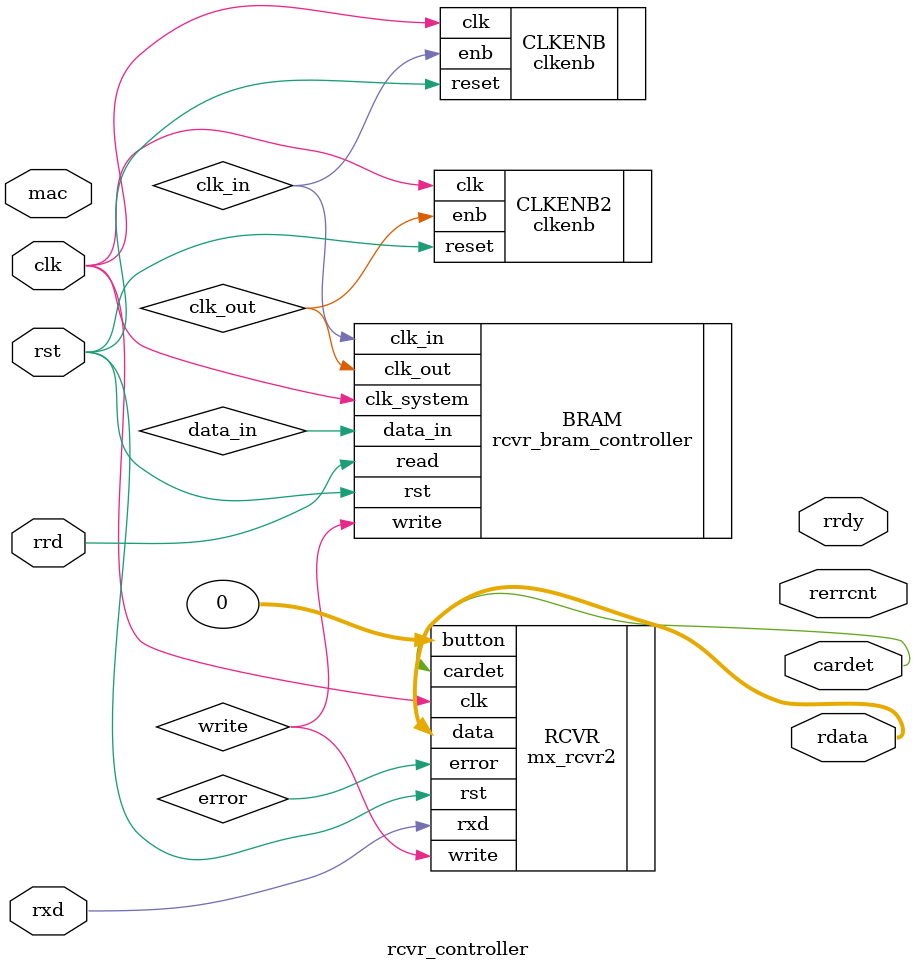
<source format=sv>
`timescale 1ns / 1ps


module rcvr_controller(
	input logic rxd,
	input logic rrd,
	input logic mac,
	input logic clk,
	input logic rst,
	output logic cardet,
	output logic rrdy,
	output logic rerrcnt,
	output logic [7:0] rdata
    );

	parameter BAUD = 50000;
	parameter OUTPUTBAUD = 9600;

    mx_rcvr2 #(.BAUD(BAUD)) RCVR(
    .rxd(rxd),
    .clk(clk), 
    .rst(rst),
    .button(0),
    .data(rdata),
    .cardet(cardet), 
    .write(write), 
    .error(error)
   );
      
    rcvr_bram_controller BRAM(
	.write(write),
	.read(rrd),
	.clk_system(clk),
	.clk_in(clk_in),
	.clk_out(clk_out),
	.rst(rst),
	.data_in(data_in)
	);

   clkenb #(.DIVFREQ(BAUD)) CLKENB(.clk(clk), .reset(rst), .enb(clk_in));
   clkenb #(.DIVFREQ(OUTPUTBAUD)) CLKENB2(.clk(clk), .reset(rst), .enb(clk_out));


   logic [7:0] data_counter;

   always_ff @(posedge clk_in) begin
   	if(rst) begin
   		data_counter <= 0;
   	end else if(write) begin
   		data_counter <= data_counter + 1;
   	end
   end



endmodule

</source>
